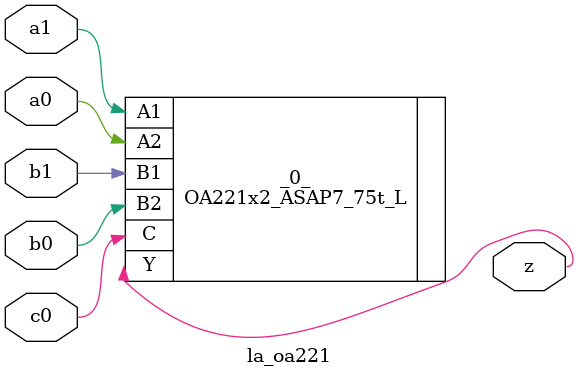
<source format=v>

/* Generated by Yosys 0.37 (git sha1 a5c7f69ed, clang 14.0.0-1ubuntu1.1 -fPIC -Os) */

module la_oa221(a0, a1, b0, b1, c0, z);
  input a0;
  wire a0;
  input a1;
  wire a1;
  input b0;
  wire b0;
  input b1;
  wire b1;
  input c0;
  wire c0;
  output z;
  wire z;
  OA221x2_ASAP7_75t_L _0_ (
    .A1(a1),
    .A2(a0),
    .B1(b1),
    .B2(b0),
    .C(c0),
    .Y(z)
  );
endmodule

</source>
